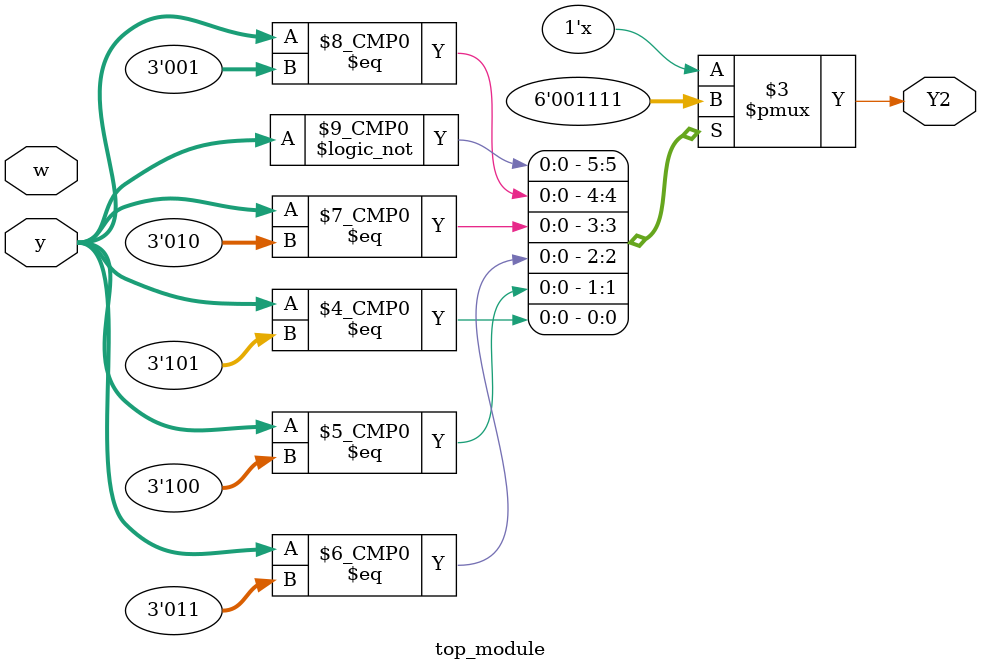
<source format=sv>
module top_module(
	input [3:1] y,
	input w,
	output reg Y2);

    // State encoding
    parameter A = 3'b000;
    parameter B = 3'b001;
    parameter C = 3'b010;
    parameter D = 3'b011;
    parameter E = 3'b100;
    parameter F = 3'b101;
    
    always @(*) begin
        case (y)
            A: Y2 = 0;
            B: Y2 = 0;
            C: Y2 = 1;
            D: Y2 = 1;
            E: Y2 = 1;
            F: Y2 = 1;
            default: Y2 = 1'bx;
        endcase
    end
endmodule

</source>
